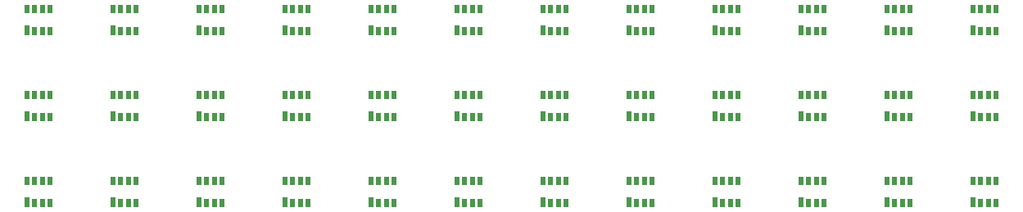
<source format=gbr>
G04 start of page 10 for group -4015 idx -4015 *
G04 Title: (unknown), toppaste *
G04 Creator: pcb 4.0.2 *
G04 CreationDate: Fri Mar 17 03:13:06 2023 UTC *
G04 For: railfan *
G04 Format: Gerber/RS-274X *
G04 PCB-Dimensions (mil): 4900.00 1150.00 *
G04 PCB-Coordinate-Origin: lower left *
%MOIN*%
%FSLAX25Y25*%
%LNTOPPASTE*%
%ADD33C,0.0001*%
G54D33*G36*
X48760Y55178D02*X46792D01*
Y51358D01*
X48760D01*
Y55178D01*
G37*
G36*
X51910Y54784D02*X49940D01*
Y51358D01*
X51910D01*
Y54784D01*
G37*
G36*
X55060D02*X53090D01*
Y51358D01*
X55060D01*
Y54784D01*
G37*
G36*
X58208D02*X56240D01*
Y51358D01*
X58208D01*
Y54784D01*
G37*
G36*
Y63642D02*X56240D01*
Y60216D01*
X58208D01*
Y63642D01*
G37*
G36*
X55060D02*X53090D01*
Y60216D01*
X55060D01*
Y63642D01*
G37*
G36*
X51910D02*X49940D01*
Y60216D01*
X51910D01*
Y63642D01*
G37*
G36*
X48760D02*X46792D01*
Y60216D01*
X48760D01*
Y63642D01*
G37*
G36*
X83760Y55178D02*X81792D01*
Y51358D01*
X83760D01*
Y55178D01*
G37*
G36*
X86910Y54784D02*X84940D01*
Y51358D01*
X86910D01*
Y54784D01*
G37*
G36*
X90060D02*X88090D01*
Y51358D01*
X90060D01*
Y54784D01*
G37*
G36*
X93208D02*X91240D01*
Y51358D01*
X93208D01*
Y54784D01*
G37*
G36*
Y63642D02*X91240D01*
Y60216D01*
X93208D01*
Y63642D01*
G37*
G36*
X90060D02*X88090D01*
Y60216D01*
X90060D01*
Y63642D01*
G37*
G36*
X86910D02*X84940D01*
Y60216D01*
X86910D01*
Y63642D01*
G37*
G36*
X83760D02*X81792D01*
Y60216D01*
X83760D01*
Y63642D01*
G37*
G36*
X118760Y55178D02*X116792D01*
Y51358D01*
X118760D01*
Y55178D01*
G37*
G36*
X121910Y54784D02*X119940D01*
Y51358D01*
X121910D01*
Y54784D01*
G37*
G36*
X125060D02*X123090D01*
Y51358D01*
X125060D01*
Y54784D01*
G37*
G36*
X128208D02*X126240D01*
Y51358D01*
X128208D01*
Y54784D01*
G37*
G36*
Y63642D02*X126240D01*
Y60216D01*
X128208D01*
Y63642D01*
G37*
G36*
X125060D02*X123090D01*
Y60216D01*
X125060D01*
Y63642D01*
G37*
G36*
X121910D02*X119940D01*
Y60216D01*
X121910D01*
Y63642D01*
G37*
G36*
X118760D02*X116792D01*
Y60216D01*
X118760D01*
Y63642D01*
G37*
G36*
X153760Y55178D02*X151792D01*
Y51358D01*
X153760D01*
Y55178D01*
G37*
G36*
X156910Y54784D02*X154940D01*
Y51358D01*
X156910D01*
Y54784D01*
G37*
G36*
X160060D02*X158090D01*
Y51358D01*
X160060D01*
Y54784D01*
G37*
G36*
X163208D02*X161240D01*
Y51358D01*
X163208D01*
Y54784D01*
G37*
G36*
Y63642D02*X161240D01*
Y60216D01*
X163208D01*
Y63642D01*
G37*
G36*
X160060D02*X158090D01*
Y60216D01*
X160060D01*
Y63642D01*
G37*
G36*
X156910D02*X154940D01*
Y60216D01*
X156910D01*
Y63642D01*
G37*
G36*
X153760D02*X151792D01*
Y60216D01*
X153760D01*
Y63642D01*
G37*
G36*
X188760Y55178D02*X186792D01*
Y51358D01*
X188760D01*
Y55178D01*
G37*
G36*
X191910Y54784D02*X189940D01*
Y51358D01*
X191910D01*
Y54784D01*
G37*
G36*
X195060D02*X193090D01*
Y51358D01*
X195060D01*
Y54784D01*
G37*
G36*
X198208D02*X196240D01*
Y51358D01*
X198208D01*
Y54784D01*
G37*
G36*
Y63642D02*X196240D01*
Y60216D01*
X198208D01*
Y63642D01*
G37*
G36*
X195060D02*X193090D01*
Y60216D01*
X195060D01*
Y63642D01*
G37*
G36*
X191910D02*X189940D01*
Y60216D01*
X191910D01*
Y63642D01*
G37*
G36*
X188760D02*X186792D01*
Y60216D01*
X188760D01*
Y63642D01*
G37*
G36*
X223760Y55178D02*X221792D01*
Y51358D01*
X223760D01*
Y55178D01*
G37*
G36*
X226909Y54784D02*X224941D01*
Y51358D01*
X226909D01*
Y54784D01*
G37*
G36*
X230059D02*X228091D01*
Y51358D01*
X230059D01*
Y54784D01*
G37*
G36*
X233208D02*X231240D01*
Y51358D01*
X233208D01*
Y54784D01*
G37*
G36*
Y63642D02*X231240D01*
Y60216D01*
X233208D01*
Y63642D01*
G37*
G36*
X230059D02*X228091D01*
Y60216D01*
X230059D01*
Y63642D01*
G37*
G36*
X226909D02*X224941D01*
Y60216D01*
X226909D01*
Y63642D01*
G37*
G36*
X223760D02*X221792D01*
Y60216D01*
X223760D01*
Y63642D01*
G37*
G36*
X258760Y55178D02*X256792D01*
Y51358D01*
X258760D01*
Y55178D01*
G37*
G36*
X261909Y54784D02*X259941D01*
Y51358D01*
X261909D01*
Y54784D01*
G37*
G36*
X265060D02*X263090D01*
Y51358D01*
X265060D01*
Y54784D01*
G37*
G36*
X268208D02*X266240D01*
Y51358D01*
X268208D01*
Y54784D01*
G37*
G36*
Y63642D02*X266240D01*
Y60216D01*
X268208D01*
Y63642D01*
G37*
G36*
X265060D02*X263090D01*
Y60216D01*
X265060D01*
Y63642D01*
G37*
G36*
X261909D02*X259941D01*
Y60216D01*
X261909D01*
Y63642D01*
G37*
G36*
X258760D02*X256792D01*
Y60216D01*
X258760D01*
Y63642D01*
G37*
G36*
X293760Y55178D02*X291792D01*
Y51358D01*
X293760D01*
Y55178D01*
G37*
G36*
X296910Y54784D02*X294940D01*
Y51358D01*
X296910D01*
Y54784D01*
G37*
G36*
X300060D02*X298090D01*
Y51358D01*
X300060D01*
Y54784D01*
G37*
G36*
X303208D02*X301240D01*
Y51358D01*
X303208D01*
Y54784D01*
G37*
G36*
Y63642D02*X301240D01*
Y60216D01*
X303208D01*
Y63642D01*
G37*
G36*
X300060D02*X298090D01*
Y60216D01*
X300060D01*
Y63642D01*
G37*
G36*
X296910D02*X294940D01*
Y60216D01*
X296910D01*
Y63642D01*
G37*
G36*
X293760D02*X291792D01*
Y60216D01*
X293760D01*
Y63642D01*
G37*
G36*
X328760Y55178D02*X326792D01*
Y51358D01*
X328760D01*
Y55178D01*
G37*
G36*
X331910Y54784D02*X329940D01*
Y51358D01*
X331910D01*
Y54784D01*
G37*
G36*
X335060D02*X333090D01*
Y51358D01*
X335060D01*
Y54784D01*
G37*
G36*
X338208D02*X336240D01*
Y51358D01*
X338208D01*
Y54784D01*
G37*
G36*
Y63642D02*X336240D01*
Y60216D01*
X338208D01*
Y63642D01*
G37*
G36*
X335060D02*X333090D01*
Y60216D01*
X335060D01*
Y63642D01*
G37*
G36*
X331910D02*X329940D01*
Y60216D01*
X331910D01*
Y63642D01*
G37*
G36*
X328760D02*X326792D01*
Y60216D01*
X328760D01*
Y63642D01*
G37*
G36*
X363760Y55178D02*X361792D01*
Y51358D01*
X363760D01*
Y55178D01*
G37*
G36*
X366910Y54784D02*X364940D01*
Y51358D01*
X366910D01*
Y54784D01*
G37*
G36*
X370060D02*X368090D01*
Y51358D01*
X370060D01*
Y54784D01*
G37*
G36*
X373208D02*X371240D01*
Y51358D01*
X373208D01*
Y54784D01*
G37*
G36*
Y63642D02*X371240D01*
Y60216D01*
X373208D01*
Y63642D01*
G37*
G36*
X370060D02*X368090D01*
Y60216D01*
X370060D01*
Y63642D01*
G37*
G36*
X366910D02*X364940D01*
Y60216D01*
X366910D01*
Y63642D01*
G37*
G36*
X363760D02*X361792D01*
Y60216D01*
X363760D01*
Y63642D01*
G37*
G36*
X398760Y55178D02*X396792D01*
Y51358D01*
X398760D01*
Y55178D01*
G37*
G36*
X401910Y54784D02*X399940D01*
Y51358D01*
X401910D01*
Y54784D01*
G37*
G36*
X405060D02*X403090D01*
Y51358D01*
X405060D01*
Y54784D01*
G37*
G36*
X408208D02*X406240D01*
Y51358D01*
X408208D01*
Y54784D01*
G37*
G36*
Y63642D02*X406240D01*
Y60216D01*
X408208D01*
Y63642D01*
G37*
G36*
X405060D02*X403090D01*
Y60216D01*
X405060D01*
Y63642D01*
G37*
G36*
X401910D02*X399940D01*
Y60216D01*
X401910D01*
Y63642D01*
G37*
G36*
X398760D02*X396792D01*
Y60216D01*
X398760D01*
Y63642D01*
G37*
G36*
X433760Y55178D02*X431792D01*
Y51358D01*
X433760D01*
Y55178D01*
G37*
G36*
X436910Y54784D02*X434940D01*
Y51358D01*
X436910D01*
Y54784D01*
G37*
G36*
X440060D02*X438090D01*
Y51358D01*
X440060D01*
Y54784D01*
G37*
G36*
X443208D02*X441240D01*
Y51358D01*
X443208D01*
Y54784D01*
G37*
G36*
Y63642D02*X441240D01*
Y60216D01*
X443208D01*
Y63642D01*
G37*
G36*
X440060D02*X438090D01*
Y60216D01*
X440060D01*
Y63642D01*
G37*
G36*
X436910D02*X434940D01*
Y60216D01*
X436910D01*
Y63642D01*
G37*
G36*
X433760D02*X431792D01*
Y60216D01*
X433760D01*
Y63642D01*
G37*
G36*
X48760Y90178D02*X46792D01*
Y86358D01*
X48760D01*
Y90178D01*
G37*
G36*
X51910Y89784D02*X49940D01*
Y86358D01*
X51910D01*
Y89784D01*
G37*
G36*
X55060D02*X53090D01*
Y86358D01*
X55060D01*
Y89784D01*
G37*
G36*
X58208D02*X56240D01*
Y86358D01*
X58208D01*
Y89784D01*
G37*
G36*
Y98642D02*X56240D01*
Y95216D01*
X58208D01*
Y98642D01*
G37*
G36*
X55060D02*X53090D01*
Y95216D01*
X55060D01*
Y98642D01*
G37*
G36*
X51910D02*X49940D01*
Y95216D01*
X51910D01*
Y98642D01*
G37*
G36*
X48760D02*X46792D01*
Y95216D01*
X48760D01*
Y98642D01*
G37*
G36*
X83760Y90178D02*X81792D01*
Y86358D01*
X83760D01*
Y90178D01*
G37*
G36*
X86910Y89784D02*X84940D01*
Y86358D01*
X86910D01*
Y89784D01*
G37*
G36*
X90060D02*X88090D01*
Y86358D01*
X90060D01*
Y89784D01*
G37*
G36*
X93208D02*X91240D01*
Y86358D01*
X93208D01*
Y89784D01*
G37*
G36*
Y98642D02*X91240D01*
Y95216D01*
X93208D01*
Y98642D01*
G37*
G36*
X90060D02*X88090D01*
Y95216D01*
X90060D01*
Y98642D01*
G37*
G36*
X86910D02*X84940D01*
Y95216D01*
X86910D01*
Y98642D01*
G37*
G36*
X83760D02*X81792D01*
Y95216D01*
X83760D01*
Y98642D01*
G37*
G36*
X118760Y90178D02*X116792D01*
Y86358D01*
X118760D01*
Y90178D01*
G37*
G36*
X121910Y89784D02*X119940D01*
Y86358D01*
X121910D01*
Y89784D01*
G37*
G36*
X125060D02*X123090D01*
Y86358D01*
X125060D01*
Y89784D01*
G37*
G36*
X128208D02*X126240D01*
Y86358D01*
X128208D01*
Y89784D01*
G37*
G36*
Y98642D02*X126240D01*
Y95216D01*
X128208D01*
Y98642D01*
G37*
G36*
X125060D02*X123090D01*
Y95216D01*
X125060D01*
Y98642D01*
G37*
G36*
X121910D02*X119940D01*
Y95216D01*
X121910D01*
Y98642D01*
G37*
G36*
X118760D02*X116792D01*
Y95216D01*
X118760D01*
Y98642D01*
G37*
G36*
X153760Y90178D02*X151792D01*
Y86358D01*
X153760D01*
Y90178D01*
G37*
G36*
X156910Y89784D02*X154940D01*
Y86358D01*
X156910D01*
Y89784D01*
G37*
G36*
X160060D02*X158090D01*
Y86358D01*
X160060D01*
Y89784D01*
G37*
G36*
X163208D02*X161240D01*
Y86358D01*
X163208D01*
Y89784D01*
G37*
G36*
Y98642D02*X161240D01*
Y95216D01*
X163208D01*
Y98642D01*
G37*
G36*
X160060D02*X158090D01*
Y95216D01*
X160060D01*
Y98642D01*
G37*
G36*
X156910D02*X154940D01*
Y95216D01*
X156910D01*
Y98642D01*
G37*
G36*
X153760D02*X151792D01*
Y95216D01*
X153760D01*
Y98642D01*
G37*
G36*
X188760Y90178D02*X186792D01*
Y86358D01*
X188760D01*
Y90178D01*
G37*
G36*
X191910Y89784D02*X189940D01*
Y86358D01*
X191910D01*
Y89784D01*
G37*
G36*
X195060D02*X193090D01*
Y86358D01*
X195060D01*
Y89784D01*
G37*
G36*
X198208D02*X196240D01*
Y86358D01*
X198208D01*
Y89784D01*
G37*
G36*
Y98642D02*X196240D01*
Y95216D01*
X198208D01*
Y98642D01*
G37*
G36*
X195060D02*X193090D01*
Y95216D01*
X195060D01*
Y98642D01*
G37*
G36*
X191910D02*X189940D01*
Y95216D01*
X191910D01*
Y98642D01*
G37*
G36*
X188760D02*X186792D01*
Y95216D01*
X188760D01*
Y98642D01*
G37*
G36*
X223760Y90178D02*X221792D01*
Y86358D01*
X223760D01*
Y90178D01*
G37*
G36*
X226909Y89784D02*X224941D01*
Y86358D01*
X226909D01*
Y89784D01*
G37*
G36*
X230059D02*X228091D01*
Y86358D01*
X230059D01*
Y89784D01*
G37*
G36*
X233208D02*X231240D01*
Y86358D01*
X233208D01*
Y89784D01*
G37*
G36*
Y98642D02*X231240D01*
Y95216D01*
X233208D01*
Y98642D01*
G37*
G36*
X230059D02*X228091D01*
Y95216D01*
X230059D01*
Y98642D01*
G37*
G36*
X226909D02*X224941D01*
Y95216D01*
X226909D01*
Y98642D01*
G37*
G36*
X223760D02*X221792D01*
Y95216D01*
X223760D01*
Y98642D01*
G37*
G36*
X258760Y90178D02*X256792D01*
Y86358D01*
X258760D01*
Y90178D01*
G37*
G36*
X261909Y89784D02*X259941D01*
Y86358D01*
X261909D01*
Y89784D01*
G37*
G36*
X265060D02*X263090D01*
Y86358D01*
X265060D01*
Y89784D01*
G37*
G36*
X268208D02*X266240D01*
Y86358D01*
X268208D01*
Y89784D01*
G37*
G36*
Y98642D02*X266240D01*
Y95216D01*
X268208D01*
Y98642D01*
G37*
G36*
X265060D02*X263090D01*
Y95216D01*
X265060D01*
Y98642D01*
G37*
G36*
X261909D02*X259941D01*
Y95216D01*
X261909D01*
Y98642D01*
G37*
G36*
X258760D02*X256792D01*
Y95216D01*
X258760D01*
Y98642D01*
G37*
G36*
X293760Y90178D02*X291792D01*
Y86358D01*
X293760D01*
Y90178D01*
G37*
G36*
X296910Y89784D02*X294940D01*
Y86358D01*
X296910D01*
Y89784D01*
G37*
G36*
X300060D02*X298090D01*
Y86358D01*
X300060D01*
Y89784D01*
G37*
G36*
X303208D02*X301240D01*
Y86358D01*
X303208D01*
Y89784D01*
G37*
G36*
Y98642D02*X301240D01*
Y95216D01*
X303208D01*
Y98642D01*
G37*
G36*
X300060D02*X298090D01*
Y95216D01*
X300060D01*
Y98642D01*
G37*
G36*
X296910D02*X294940D01*
Y95216D01*
X296910D01*
Y98642D01*
G37*
G36*
X293760D02*X291792D01*
Y95216D01*
X293760D01*
Y98642D01*
G37*
G36*
X328760Y90178D02*X326792D01*
Y86358D01*
X328760D01*
Y90178D01*
G37*
G36*
X331910Y89784D02*X329940D01*
Y86358D01*
X331910D01*
Y89784D01*
G37*
G36*
X335060D02*X333090D01*
Y86358D01*
X335060D01*
Y89784D01*
G37*
G36*
X338208D02*X336240D01*
Y86358D01*
X338208D01*
Y89784D01*
G37*
G36*
Y98642D02*X336240D01*
Y95216D01*
X338208D01*
Y98642D01*
G37*
G36*
X335060D02*X333090D01*
Y95216D01*
X335060D01*
Y98642D01*
G37*
G36*
X331910D02*X329940D01*
Y95216D01*
X331910D01*
Y98642D01*
G37*
G36*
X328760D02*X326792D01*
Y95216D01*
X328760D01*
Y98642D01*
G37*
G36*
X363760Y90178D02*X361792D01*
Y86358D01*
X363760D01*
Y90178D01*
G37*
G36*
X366910Y89784D02*X364940D01*
Y86358D01*
X366910D01*
Y89784D01*
G37*
G36*
X370060D02*X368090D01*
Y86358D01*
X370060D01*
Y89784D01*
G37*
G36*
X373208D02*X371240D01*
Y86358D01*
X373208D01*
Y89784D01*
G37*
G36*
Y98642D02*X371240D01*
Y95216D01*
X373208D01*
Y98642D01*
G37*
G36*
X370060D02*X368090D01*
Y95216D01*
X370060D01*
Y98642D01*
G37*
G36*
X366910D02*X364940D01*
Y95216D01*
X366910D01*
Y98642D01*
G37*
G36*
X363760D02*X361792D01*
Y95216D01*
X363760D01*
Y98642D01*
G37*
G36*
X398760Y90178D02*X396792D01*
Y86358D01*
X398760D01*
Y90178D01*
G37*
G36*
X401910Y89784D02*X399940D01*
Y86358D01*
X401910D01*
Y89784D01*
G37*
G36*
X405060D02*X403090D01*
Y86358D01*
X405060D01*
Y89784D01*
G37*
G36*
X408208D02*X406240D01*
Y86358D01*
X408208D01*
Y89784D01*
G37*
G36*
Y98642D02*X406240D01*
Y95216D01*
X408208D01*
Y98642D01*
G37*
G36*
X405060D02*X403090D01*
Y95216D01*
X405060D01*
Y98642D01*
G37*
G36*
X401910D02*X399940D01*
Y95216D01*
X401910D01*
Y98642D01*
G37*
G36*
X398760D02*X396792D01*
Y95216D01*
X398760D01*
Y98642D01*
G37*
G36*
X433760Y90178D02*X431792D01*
Y86358D01*
X433760D01*
Y90178D01*
G37*
G36*
X436910Y89784D02*X434940D01*
Y86358D01*
X436910D01*
Y89784D01*
G37*
G36*
X440060D02*X438090D01*
Y86358D01*
X440060D01*
Y89784D01*
G37*
G36*
X443208D02*X441240D01*
Y86358D01*
X443208D01*
Y89784D01*
G37*
G36*
Y98642D02*X441240D01*
Y95216D01*
X443208D01*
Y98642D01*
G37*
G36*
X440060D02*X438090D01*
Y95216D01*
X440060D01*
Y98642D01*
G37*
G36*
X436910D02*X434940D01*
Y95216D01*
X436910D01*
Y98642D01*
G37*
G36*
X433760D02*X431792D01*
Y95216D01*
X433760D01*
Y98642D01*
G37*
G36*
X48760Y20178D02*X46792D01*
Y16358D01*
X48760D01*
Y20178D01*
G37*
G36*
X51910Y19784D02*X49940D01*
Y16358D01*
X51910D01*
Y19784D01*
G37*
G36*
X55060D02*X53090D01*
Y16358D01*
X55060D01*
Y19784D01*
G37*
G36*
X58208D02*X56240D01*
Y16358D01*
X58208D01*
Y19784D01*
G37*
G36*
Y28642D02*X56240D01*
Y25216D01*
X58208D01*
Y28642D01*
G37*
G36*
X55060D02*X53090D01*
Y25216D01*
X55060D01*
Y28642D01*
G37*
G36*
X51910D02*X49940D01*
Y25216D01*
X51910D01*
Y28642D01*
G37*
G36*
X48760D02*X46792D01*
Y25216D01*
X48760D01*
Y28642D01*
G37*
G36*
X83760Y20178D02*X81792D01*
Y16358D01*
X83760D01*
Y20178D01*
G37*
G36*
X86910Y19784D02*X84940D01*
Y16358D01*
X86910D01*
Y19784D01*
G37*
G36*
X90060D02*X88090D01*
Y16358D01*
X90060D01*
Y19784D01*
G37*
G36*
X93208D02*X91240D01*
Y16358D01*
X93208D01*
Y19784D01*
G37*
G36*
Y28642D02*X91240D01*
Y25216D01*
X93208D01*
Y28642D01*
G37*
G36*
X90060D02*X88090D01*
Y25216D01*
X90060D01*
Y28642D01*
G37*
G36*
X86910D02*X84940D01*
Y25216D01*
X86910D01*
Y28642D01*
G37*
G36*
X83760D02*X81792D01*
Y25216D01*
X83760D01*
Y28642D01*
G37*
G36*
X118760Y20178D02*X116792D01*
Y16358D01*
X118760D01*
Y20178D01*
G37*
G36*
X121910Y19784D02*X119940D01*
Y16358D01*
X121910D01*
Y19784D01*
G37*
G36*
X125060D02*X123090D01*
Y16358D01*
X125060D01*
Y19784D01*
G37*
G36*
X128208D02*X126240D01*
Y16358D01*
X128208D01*
Y19784D01*
G37*
G36*
Y28642D02*X126240D01*
Y25216D01*
X128208D01*
Y28642D01*
G37*
G36*
X125060D02*X123090D01*
Y25216D01*
X125060D01*
Y28642D01*
G37*
G36*
X121910D02*X119940D01*
Y25216D01*
X121910D01*
Y28642D01*
G37*
G36*
X118760D02*X116792D01*
Y25216D01*
X118760D01*
Y28642D01*
G37*
G36*
X153760Y20178D02*X151792D01*
Y16358D01*
X153760D01*
Y20178D01*
G37*
G36*
X156910Y19784D02*X154940D01*
Y16358D01*
X156910D01*
Y19784D01*
G37*
G36*
X160060D02*X158090D01*
Y16358D01*
X160060D01*
Y19784D01*
G37*
G36*
X163208D02*X161240D01*
Y16358D01*
X163208D01*
Y19784D01*
G37*
G36*
Y28642D02*X161240D01*
Y25216D01*
X163208D01*
Y28642D01*
G37*
G36*
X160060D02*X158090D01*
Y25216D01*
X160060D01*
Y28642D01*
G37*
G36*
X156910D02*X154940D01*
Y25216D01*
X156910D01*
Y28642D01*
G37*
G36*
X153760D02*X151792D01*
Y25216D01*
X153760D01*
Y28642D01*
G37*
G36*
X188760Y20178D02*X186792D01*
Y16358D01*
X188760D01*
Y20178D01*
G37*
G36*
X191910Y19784D02*X189940D01*
Y16358D01*
X191910D01*
Y19784D01*
G37*
G36*
X195060D02*X193090D01*
Y16358D01*
X195060D01*
Y19784D01*
G37*
G36*
X198208D02*X196240D01*
Y16358D01*
X198208D01*
Y19784D01*
G37*
G36*
Y28642D02*X196240D01*
Y25216D01*
X198208D01*
Y28642D01*
G37*
G36*
X195060D02*X193090D01*
Y25216D01*
X195060D01*
Y28642D01*
G37*
G36*
X191910D02*X189940D01*
Y25216D01*
X191910D01*
Y28642D01*
G37*
G36*
X188760D02*X186792D01*
Y25216D01*
X188760D01*
Y28642D01*
G37*
G36*
X223760Y20178D02*X221792D01*
Y16358D01*
X223760D01*
Y20178D01*
G37*
G36*
X226909Y19784D02*X224941D01*
Y16358D01*
X226909D01*
Y19784D01*
G37*
G36*
X230059D02*X228091D01*
Y16358D01*
X230059D01*
Y19784D01*
G37*
G36*
X233208D02*X231240D01*
Y16358D01*
X233208D01*
Y19784D01*
G37*
G36*
Y28642D02*X231240D01*
Y25216D01*
X233208D01*
Y28642D01*
G37*
G36*
X230059D02*X228091D01*
Y25216D01*
X230059D01*
Y28642D01*
G37*
G36*
X226909D02*X224941D01*
Y25216D01*
X226909D01*
Y28642D01*
G37*
G36*
X223760D02*X221792D01*
Y25216D01*
X223760D01*
Y28642D01*
G37*
G36*
X258760Y20178D02*X256792D01*
Y16358D01*
X258760D01*
Y20178D01*
G37*
G36*
X261909Y19784D02*X259941D01*
Y16358D01*
X261909D01*
Y19784D01*
G37*
G36*
X265060D02*X263090D01*
Y16358D01*
X265060D01*
Y19784D01*
G37*
G36*
X268208D02*X266240D01*
Y16358D01*
X268208D01*
Y19784D01*
G37*
G36*
Y28642D02*X266240D01*
Y25216D01*
X268208D01*
Y28642D01*
G37*
G36*
X265060D02*X263090D01*
Y25216D01*
X265060D01*
Y28642D01*
G37*
G36*
X261909D02*X259941D01*
Y25216D01*
X261909D01*
Y28642D01*
G37*
G36*
X258760D02*X256792D01*
Y25216D01*
X258760D01*
Y28642D01*
G37*
G36*
X293760Y20178D02*X291792D01*
Y16358D01*
X293760D01*
Y20178D01*
G37*
G36*
X296910Y19784D02*X294940D01*
Y16358D01*
X296910D01*
Y19784D01*
G37*
G36*
X300060D02*X298090D01*
Y16358D01*
X300060D01*
Y19784D01*
G37*
G36*
X303208D02*X301240D01*
Y16358D01*
X303208D01*
Y19784D01*
G37*
G36*
Y28642D02*X301240D01*
Y25216D01*
X303208D01*
Y28642D01*
G37*
G36*
X300060D02*X298090D01*
Y25216D01*
X300060D01*
Y28642D01*
G37*
G36*
X296910D02*X294940D01*
Y25216D01*
X296910D01*
Y28642D01*
G37*
G36*
X293760D02*X291792D01*
Y25216D01*
X293760D01*
Y28642D01*
G37*
G36*
X328760Y20178D02*X326792D01*
Y16358D01*
X328760D01*
Y20178D01*
G37*
G36*
X331910Y19784D02*X329940D01*
Y16358D01*
X331910D01*
Y19784D01*
G37*
G36*
X335060D02*X333090D01*
Y16358D01*
X335060D01*
Y19784D01*
G37*
G36*
X338208D02*X336240D01*
Y16358D01*
X338208D01*
Y19784D01*
G37*
G36*
Y28642D02*X336240D01*
Y25216D01*
X338208D01*
Y28642D01*
G37*
G36*
X335060D02*X333090D01*
Y25216D01*
X335060D01*
Y28642D01*
G37*
G36*
X331910D02*X329940D01*
Y25216D01*
X331910D01*
Y28642D01*
G37*
G36*
X328760D02*X326792D01*
Y25216D01*
X328760D01*
Y28642D01*
G37*
G36*
X363760Y20178D02*X361792D01*
Y16358D01*
X363760D01*
Y20178D01*
G37*
G36*
X366910Y19784D02*X364940D01*
Y16358D01*
X366910D01*
Y19784D01*
G37*
G36*
X370060D02*X368090D01*
Y16358D01*
X370060D01*
Y19784D01*
G37*
G36*
X373208D02*X371240D01*
Y16358D01*
X373208D01*
Y19784D01*
G37*
G36*
Y28642D02*X371240D01*
Y25216D01*
X373208D01*
Y28642D01*
G37*
G36*
X370060D02*X368090D01*
Y25216D01*
X370060D01*
Y28642D01*
G37*
G36*
X366910D02*X364940D01*
Y25216D01*
X366910D01*
Y28642D01*
G37*
G36*
X363760D02*X361792D01*
Y25216D01*
X363760D01*
Y28642D01*
G37*
G36*
X398760Y20178D02*X396792D01*
Y16358D01*
X398760D01*
Y20178D01*
G37*
G36*
X401910Y19784D02*X399940D01*
Y16358D01*
X401910D01*
Y19784D01*
G37*
G36*
X405060D02*X403090D01*
Y16358D01*
X405060D01*
Y19784D01*
G37*
G36*
X408208D02*X406240D01*
Y16358D01*
X408208D01*
Y19784D01*
G37*
G36*
Y28642D02*X406240D01*
Y25216D01*
X408208D01*
Y28642D01*
G37*
G36*
X405060D02*X403090D01*
Y25216D01*
X405060D01*
Y28642D01*
G37*
G36*
X401910D02*X399940D01*
Y25216D01*
X401910D01*
Y28642D01*
G37*
G36*
X398760D02*X396792D01*
Y25216D01*
X398760D01*
Y28642D01*
G37*
G36*
X433760Y20178D02*X431792D01*
Y16358D01*
X433760D01*
Y20178D01*
G37*
G36*
X436910Y19784D02*X434940D01*
Y16358D01*
X436910D01*
Y19784D01*
G37*
G36*
X440060D02*X438090D01*
Y16358D01*
X440060D01*
Y19784D01*
G37*
G36*
X443208D02*X441240D01*
Y16358D01*
X443208D01*
Y19784D01*
G37*
G36*
Y28642D02*X441240D01*
Y25216D01*
X443208D01*
Y28642D01*
G37*
G36*
X440060D02*X438090D01*
Y25216D01*
X440060D01*
Y28642D01*
G37*
G36*
X436910D02*X434940D01*
Y25216D01*
X436910D01*
Y28642D01*
G37*
G36*
X433760D02*X431792D01*
Y25216D01*
X433760D01*
Y28642D01*
G37*
M02*

</source>
